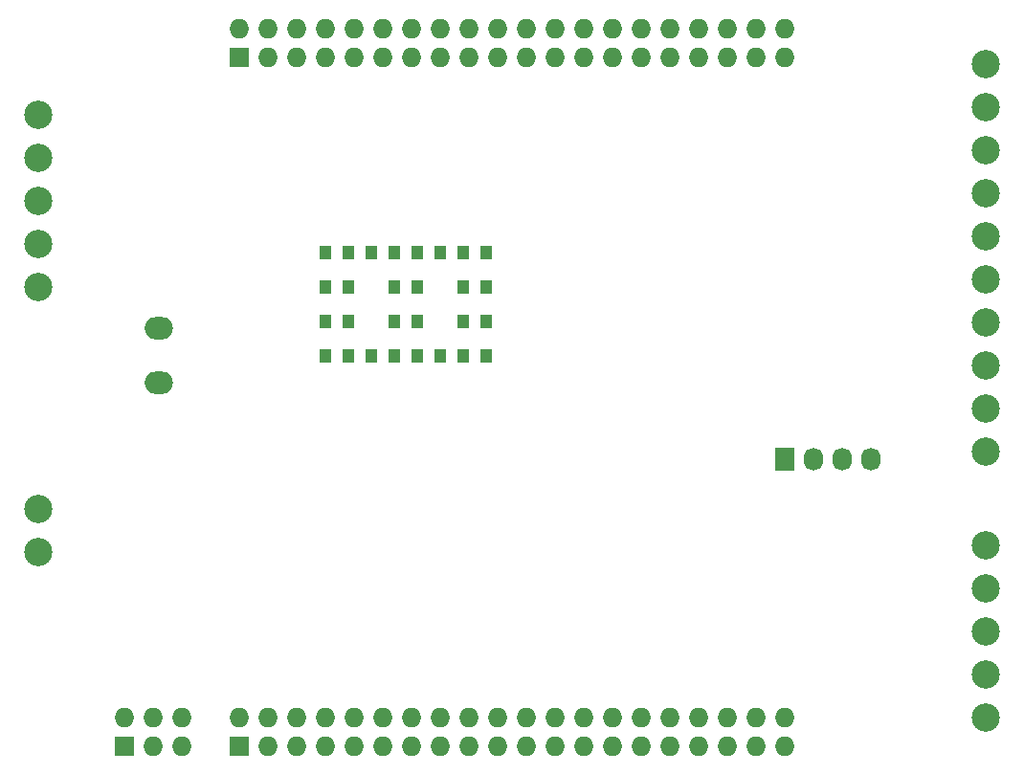
<source format=gbr>
G04 #@! TF.FileFunction,Soldermask,Bot*
%FSLAX46Y46*%
G04 Gerber Fmt 4.6, Leading zero omitted, Abs format (unit mm)*
G04 Created by KiCad (PCBNEW (after 2015-mar-04 BZR unknown)-product) date 04.07.2015 19:25:11*
%MOMM*%
G01*
G04 APERTURE LIST*
%ADD10C,0.100000*%
%ADD11R,1.727200X1.727200*%
%ADD12O,1.727200X1.727200*%
%ADD13R,1.727200X2.032000*%
%ADD14O,1.727200X2.032000*%
%ADD15R,1.000000X1.250000*%
%ADD16O,2.499360X1.998980*%
%ADD17C,2.500000*%
G04 APERTURE END LIST*
D10*
D11*
X127000000Y-121920000D03*
D12*
X127000000Y-119380000D03*
X129540000Y-121920000D03*
X129540000Y-119380000D03*
X132080000Y-121920000D03*
X132080000Y-119380000D03*
D11*
X137160000Y-121920000D03*
D12*
X137160000Y-119380000D03*
X139700000Y-121920000D03*
X139700000Y-119380000D03*
X142240000Y-121920000D03*
X142240000Y-119380000D03*
X144780000Y-121920000D03*
X144780000Y-119380000D03*
X147320000Y-121920000D03*
X147320000Y-119380000D03*
X149860000Y-121920000D03*
X149860000Y-119380000D03*
X152400000Y-121920000D03*
X152400000Y-119380000D03*
X154940000Y-121920000D03*
X154940000Y-119380000D03*
X157480000Y-121920000D03*
X157480000Y-119380000D03*
X160020000Y-121920000D03*
X160020000Y-119380000D03*
X162560000Y-121920000D03*
X162560000Y-119380000D03*
X165100000Y-121920000D03*
X165100000Y-119380000D03*
X167640000Y-121920000D03*
X167640000Y-119380000D03*
X170180000Y-121920000D03*
X170180000Y-119380000D03*
X172720000Y-121920000D03*
X172720000Y-119380000D03*
X175260000Y-121920000D03*
X175260000Y-119380000D03*
X177800000Y-121920000D03*
X177800000Y-119380000D03*
X180340000Y-121920000D03*
X180340000Y-119380000D03*
X182880000Y-121920000D03*
X182880000Y-119380000D03*
X185420000Y-121920000D03*
X185420000Y-119380000D03*
D11*
X137160000Y-60960000D03*
D12*
X137160000Y-58420000D03*
X139700000Y-60960000D03*
X139700000Y-58420000D03*
X142240000Y-60960000D03*
X142240000Y-58420000D03*
X144780000Y-60960000D03*
X144780000Y-58420000D03*
X147320000Y-60960000D03*
X147320000Y-58420000D03*
X149860000Y-60960000D03*
X149860000Y-58420000D03*
X152400000Y-60960000D03*
X152400000Y-58420000D03*
X154940000Y-60960000D03*
X154940000Y-58420000D03*
X157480000Y-60960000D03*
X157480000Y-58420000D03*
X160020000Y-60960000D03*
X160020000Y-58420000D03*
X162560000Y-60960000D03*
X162560000Y-58420000D03*
X165100000Y-60960000D03*
X165100000Y-58420000D03*
X167640000Y-60960000D03*
X167640000Y-58420000D03*
X170180000Y-60960000D03*
X170180000Y-58420000D03*
X172720000Y-60960000D03*
X172720000Y-58420000D03*
X175260000Y-60960000D03*
X175260000Y-58420000D03*
X177800000Y-60960000D03*
X177800000Y-58420000D03*
X180340000Y-60960000D03*
X180340000Y-58420000D03*
X182880000Y-60960000D03*
X182880000Y-58420000D03*
X185420000Y-60960000D03*
X185420000Y-58420000D03*
D13*
X185420000Y-96520000D03*
D14*
X187960000Y-96520000D03*
X190500000Y-96520000D03*
X193040000Y-96520000D03*
D15*
X156988000Y-78232000D03*
X158988000Y-78232000D03*
X152924000Y-78232000D03*
X154924000Y-78232000D03*
X148860000Y-78232000D03*
X150860000Y-78232000D03*
X144796000Y-78232000D03*
X146796000Y-78232000D03*
X156988000Y-81280000D03*
X158988000Y-81280000D03*
X144796000Y-84328000D03*
X146796000Y-84328000D03*
X158988000Y-84328000D03*
X156988000Y-84328000D03*
X146796000Y-87376000D03*
X144796000Y-87376000D03*
X150860000Y-87376000D03*
X148860000Y-87376000D03*
X154924000Y-87376000D03*
X152924000Y-87376000D03*
X158988000Y-87376000D03*
X156988000Y-87376000D03*
X144796000Y-81280000D03*
X146796000Y-81280000D03*
X152892000Y-81280000D03*
X150892000Y-81280000D03*
X152892000Y-84328000D03*
X150892000Y-84328000D03*
D16*
X130048000Y-84935060D03*
X130048000Y-89816940D03*
D17*
X119380000Y-100965000D03*
X119380000Y-104775000D03*
X203200000Y-95885000D03*
X203200000Y-92075000D03*
X203200000Y-88265000D03*
X203200000Y-84455000D03*
X203200000Y-80645000D03*
X203200000Y-76835000D03*
X203200000Y-73025000D03*
X203200000Y-69215000D03*
X203200000Y-65405000D03*
X203200000Y-61595000D03*
X119380000Y-66040000D03*
X119380000Y-69850000D03*
X119380000Y-73660000D03*
X119380000Y-77470000D03*
X119380000Y-81280000D03*
X203200000Y-119380000D03*
X203200000Y-115570000D03*
X203200000Y-111760000D03*
X203200000Y-107950000D03*
X203200000Y-104140000D03*
M02*

</source>
